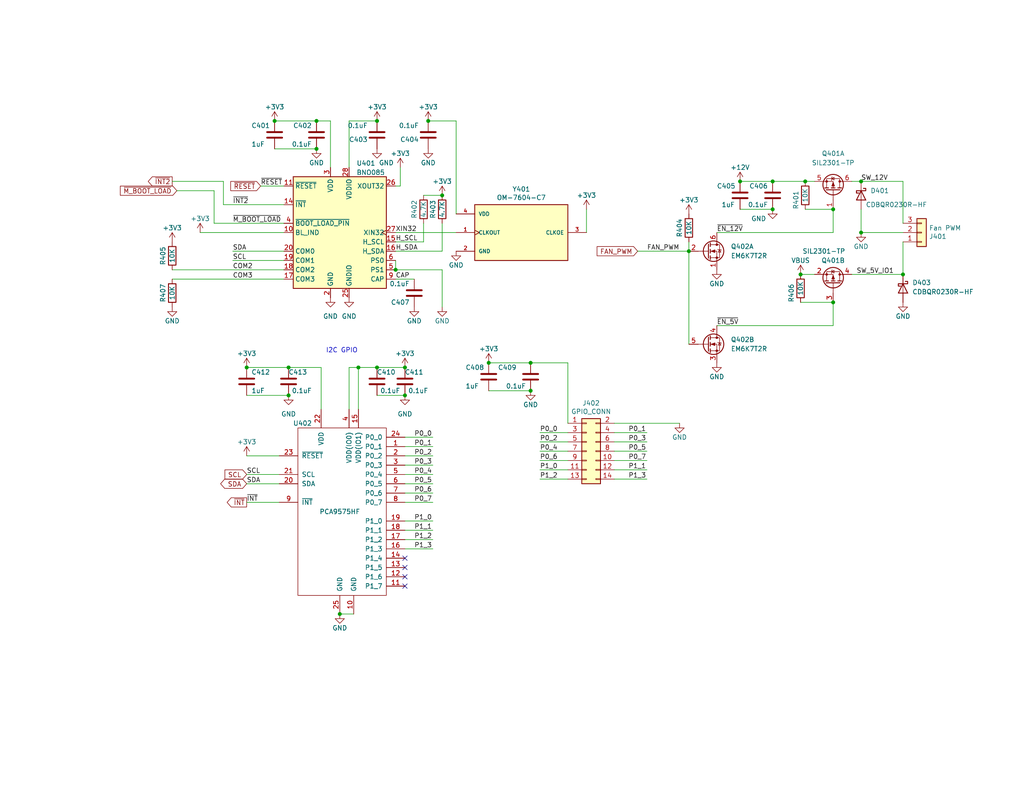
<source format=kicad_sch>
(kicad_sch (version 20211123) (generator eeschema)
  (paper "USLetter")
  (title_block (title "Wroom32 LED Controller") (date "2022-05-11") (rev "4.0.0") (company "Aaron Williams") (comment 1 "Copyright © 2020-2022 by Aaron Williams"))
  (lib_symbols
    (symbol "Aaron:OM-7604-C7" (pin_names (offset 1.016))
      (property "Reference" "Y" (at -12.7 8.89 0))
      (property "Value" "OM-7604-C7" (at -12.7254 -10.1854 0))
      (symbol "OM-7604-C7_0_0"
        (rectangle (start -12.7 -7.62) (end 12.7 7.62) (stroke (width 0.254)) (fill (type background)))
        (pin output clock (at 17.78 0 180) (length 5.08) (name "CLKOUT") (number "1"))
        (pin power_in line (at 17.78 -5.08 180) (length 5.08) (name "GND") (number "2"))
        (pin input line (at -17.78 0 0) (length 5.08) (name "CLKOE") (number "3"))
        (pin power_in line (at 17.78 5.08 180) (length 5.08) (name "VDD") (number "4"))
      )
    )
    (symbol "Aaron:PCA9575HF" (pin_names (offset 1.016))
      (property "Reference" "U" (at -11.43 24.13 0))
      (property "Value" "PCA9575HF" (at 0 0 0))
      (symbol "PCA9575HF_0_1"
        (rectangle (start 12.7 22.86) (end -11.43 -22.86))
      )
      (symbol "PCA9575HF_1_1"
        (pin bidirectional line (at 17.78 17.78 180) (length 5.08) (name "P0_1") (number "1"))
        (pin power_in line (at 3.81 -27.94 90) (length 5.08) (name "GND") (number "10"))
        (pin bidirectional line (at 17.78 -20.32 180) (length 5.08) (name "P1_7") (number "11"))
        (pin bidirectional line (at 17.78 -17.78 180) (length 5.08) (name "P1_6") (number "12"))
        (pin bidirectional line (at 17.78 -15.24 180) (length 5.08) (name "P1_5") (number "13"))
        (pin bidirectional line (at 17.78 -12.7 180) (length 5.08) (name "P1_4") (number "14"))
        (pin power_in line (at 5.08 27.94 270) (length 5.08) (name "VDD(IO1)") (number "15"))
        (pin bidirectional line (at 17.78 -10.16 180) (length 5.08) (name "P1_3") (number "16"))
        (pin bidirectional line (at 17.78 -7.62 180) (length 5.08) (name "P1_2") (number "17"))
        (pin bidirectional line (at 17.78 -5.08 180) (length 5.08) (name "P1_1") (number "18"))
        (pin bidirectional line (at 17.78 -2.54 180) (length 5.08) (name "P1_0") (number "19"))
        (pin bidirectional line (at 17.78 15.24 180) (length 5.08) (name "P0_2") (number "2"))
        (pin bidirectional line (at -16.51 7.62 0) (length 5.08) (name "SDA") (number "20"))
        (pin input line (at -16.51 10.16 0) (length 5.08) (name "SCL") (number "21"))
        (pin power_in line (at -5.08 27.94 270) (length 5.08) (name "VDD") (number "22"))
        (pin input line (at -16.51 15.24 0) (length 5.08) (name "~{RESET}") (number "23"))
        (pin bidirectional line (at 17.78 20.32 180) (length 5.08) (name "P0_0") (number "24"))
        (pin power_in line (at 0 -27.94 90) (length 5.08) (name "GND") (number "25"))
        (pin bidirectional line (at 17.78 12.7 180) (length 5.08) (name "P0_3") (number "3"))
        (pin power_in line (at 2.54 27.94 270) (length 5.08) (name "VDD(IO0)") (number "4"))
        (pin bidirectional line (at 17.78 10.16 180) (length 5.08) (name "P0_4") (number "5"))
        (pin bidirectional line (at 17.78 7.62 180) (length 5.08) (name "P0_5") (number "6"))
        (pin bidirectional line (at 17.78 5.08 180) (length 5.08) (name "P0_6") (number "7"))
        (pin bidirectional line (at 17.78 2.54 180) (length 5.08) (name "P0_7") (number "8"))
        (pin open_collector line (at -16.51 2.54 0) (length 5.08) (name "~{INT}") (number "9"))
      )
    )
    (symbol "Connector_Generic:Conn_01x03" (pin_names (offset 1.016) hide)
      (property "Reference" "J" (at 0 5.08 0))
      (property "Value" "Conn_01x03" (at 0 -5.08 0))
      (symbol "Conn_01x03_1_1"
        (rectangle (start -1.27 -2.413) (end 0 -2.667) (stroke (width 0.1524)))
        (rectangle (start -1.27 0.127) (end 0 -0.127) (stroke (width 0.1524)))
        (rectangle (start -1.27 2.667) (end 0 2.413) (stroke (width 0.1524)))
        (rectangle (start -1.27 3.81) (end 1.27 -3.81) (stroke (width 0.254)) (fill (type background)))
        (pin passive line (at -5.08 2.54 0) (length 3.81) (name "Pin_1") (number "1"))
        (pin passive line (at -5.08 0 0) (length 3.81) (name "Pin_2") (number "2"))
        (pin passive line (at -5.08 -2.54 0) (length 3.81) (name "Pin_3") (number "3"))
      )
    )
    (symbol "Connector_Generic:Conn_02x07_Odd_Even" (pin_names (offset 1.016) hide)
      (property "Reference" "J" (at 1.27 10.16 0))
      (property "Value" "Conn_02x07_Odd_Even" (at 1.27 -10.16 0))
      (symbol "Conn_02x07_Odd_Even_1_1"
        (rectangle (start -1.27 -7.493) (end 0 -7.747) (stroke (width 0.1524)))
        (rectangle (start -1.27 -4.953) (end 0 -5.207) (stroke (width 0.1524)))
        (rectangle (start -1.27 -2.413) (end 0 -2.667) (stroke (width 0.1524)))
        (rectangle (start -1.27 0.127) (end 0 -0.127) (stroke (width 0.1524)))
        (rectangle (start -1.27 2.667) (end 0 2.413) (stroke (width 0.1524)))
        (rectangle (start -1.27 5.207) (end 0 4.953) (stroke (width 0.1524)))
        (rectangle (start -1.27 7.747) (end 0 7.493) (stroke (width 0.1524)))
        (rectangle (start -1.27 8.89) (end 3.81 -8.89) (stroke (width 0.254)) (fill (type background)))
        (rectangle (start 3.81 -7.493) (end 2.54 -7.747) (stroke (width 0.1524)))
        (rectangle (start 3.81 -4.953) (end 2.54 -5.207) (stroke (width 0.1524)))
        (rectangle (start 3.81 -2.413) (end 2.54 -2.667) (stroke (width 0.1524)))
        (rectangle (start 3.81 0.127) (end 2.54 -0.127) (stroke (width 0.1524)))
        (rectangle (start 3.81 2.667) (end 2.54 2.413) (stroke (width 0.1524)))
        (rectangle (start 3.81 5.207) (end 2.54 4.953) (stroke (width 0.1524)))
        (rectangle (start 3.81 7.747) (end 2.54 7.493) (stroke (width 0.1524)))
        (pin passive line (at -5.08 7.62 0) (length 3.81) (name "Pin_1") (number "1"))
        (pin passive line (at 7.62 -2.54 180) (length 3.81) (name "Pin_10") (number "10"))
        (pin passive line (at -5.08 -5.08 0) (length 3.81) (name "Pin_11") (number "11"))
        (pin passive line (at 7.62 -5.08 180) (length 3.81) (name "Pin_12") (number "12"))
        (pin passive line (at -5.08 -7.62 0) (length 3.81) (name "Pin_13") (number "13"))
        (pin passive line (at 7.62 -7.62 180) (length 3.81) (name "Pin_14") (number "14"))
        (pin passive line (at 7.62 7.62 180) (length 3.81) (name "Pin_2") (number "2"))
        (pin passive line (at -5.08 5.08 0) (length 3.81) (name "Pin_3") (number "3"))
        (pin passive line (at 7.62 5.08 180) (length 3.81) (name "Pin_4") (number "4"))
        (pin passive line (at -5.08 2.54 0) (length 3.81) (name "Pin_5") (number "5"))
        (pin passive line (at 7.62 2.54 180) (length 3.81) (name "Pin_6") (number "6"))
        (pin passive line (at -5.08 0 0) (length 3.81) (name "Pin_7") (number "7"))
        (pin passive line (at 7.62 0 180) (length 3.81) (name "Pin_8") (number "8"))
        (pin passive line (at -5.08 -2.54 0) (length 3.81) (name "Pin_9") (number "9"))
      )
    )
    (symbol "Device:C" (pin_numbers hide) (pin_names (offset 0.254))
      (property "Reference" "C" (at 0.635 2.54 0))
      (property "Value" "C" (at 0.635 -2.54 0))
      (symbol "C_0_1"
        (polyline (pts (xy -2.032 -0.762) (xy 2.032 -0.762)) (stroke (width 0.508)))
        (polyline (pts (xy -2.032 0.762) (xy 2.032 0.762)) (stroke (width 0.508)))
      )
      (symbol "C_1_1"
        (pin passive line (at 0 3.81 270) (length 2.794) (name "~") (number "1"))
        (pin passive line (at 0 -3.81 90) (length 2.794) (name "~") (number "2"))
      )
    )
    (symbol "Device:D_Schottky" (pin_numbers hide) (pin_names (offset 1.016) hide)
      (property "Reference" "D" (at 0 2.54 0))
      (property "Value" "D_Schottky" (at 0 -2.54 0))
      (symbol "D_Schottky_0_1"
        (polyline (pts (xy 1.27 0) (xy -1.27 0)))
        (polyline (pts (xy 1.27 1.27) (xy 1.27 -1.27) (xy -1.27 0) (xy 1.27 1.27)) (stroke (width 0.254)))
        (polyline (pts (xy -1.905 0.635) (xy -1.905 1.27) (xy -1.27 1.27) (xy -1.27 -1.27) (xy -0.635 -1.27) (xy -0.635 -0.635)) (stroke (width 0.254)))
      )
      (symbol "D_Schottky_1_1"
        (pin passive line (at -3.81 0 0) (length 2.54) (name "K") (number "1"))
        (pin passive line (at 3.81 0 180) (length 2.54) (name "A") (number "2"))
      )
    )
    (symbol "Device:R" (pin_numbers hide) (pin_names (offset 0))
      (property "Reference" "R" (at 2.032 0 90))
      (property "Value" "R" (at 0 0 90))
      (symbol "R_0_1"
        (rectangle (start -1.016 -2.54) (end 1.016 2.54) (stroke (width 0.254)))
      )
      (symbol "R_1_1"
        (pin passive line (at 0 3.81 270) (length 1.27) (name "~") (number "1"))
        (pin passive line (at 0 -3.81 90) (length 1.27) (name "~") (number "2"))
      )
    )
    (symbol "Sensor_Motion:BNO080"
      (property "Reference" "U301" (at 6.985 19.05 0))
      (property "Value" "BNO080" (at 7.62 16.51 0))
      (symbol "BNO080_0_1"
        (rectangle (start -12.7 15.24) (end 12.7 -15.24) (stroke (width 0.254)) (fill (type background)))
      )
      (symbol "BNO080_1_1"
        (pin no_connect line (at -15.24 10.16 0) (length 2.54) hide (name "PIN1") (number "1"))
        (pin input line (at -15.24 0 0) (length 2.54) (name "BL_IND") (number "10"))
        (pin input line (at -15.24 12.7 0) (length 2.54) (name "~{RESET}") (number "11"))
        (pin no_connect line (at 15.24 10.16 180) (length 2.54) hide (name "NC") (number "12"))
        (pin no_connect line (at 15.24 7.62 180) (length 2.54) hide (name "NC") (number "13"))
        (pin open_collector line (at -15.24 7.62 0) (length 2.54) (name "~{INT}") (number "14"))
        (pin bidirectional line (at 15.24 -2.54 180) (length 2.54) (name "H_SCL") (number "15"))
        (pin bidirectional line (at 15.24 -5.08 180) (length 2.54) (name "H_SDA") (number "16"))
        (pin input line (at -15.24 -12.7 0) (length 2.54) (name "COM3") (number "17"))
        (pin bidirectional line (at -15.24 -10.16 0) (length 2.54) (name "COM2") (number "18"))
        (pin bidirectional line (at -15.24 -7.62 0) (length 2.54) (name "COM1") (number "19"))
        (pin power_in line (at -2.54 -17.78 90) (length 2.54) (name "GND") (number "2"))
        (pin bidirectional line (at -15.24 -5.08 0) (length 2.54) (name "COM0") (number "20"))
        (pin no_connect line (at 15.24 5.08 180) (length 2.54) hide (name "NC") (number "21"))
        (pin no_connect line (at 15.24 2.54 180) (length 2.54) hide (name "NC") (number "22"))
        (pin no_connect line (at -1.27 -2.54 180) (length 2.54) hide (name "NC") (number "23"))
        (pin no_connect line (at -1.27 -5.08 180) (length 2.54) hide (name "NC") (number "24"))
        (pin power_in line (at 2.54 -17.78 90) (length 2.54) (name "GNDIO") (number "25"))
        (pin passive line (at 15.24 12.7 180) (length 2.54) (name "XOUT32") (number "26"))
        (pin input clock (at 15.24 0 180) (length 2.54) (name "XIN32") (number "27"))
        (pin power_in line (at 2.54 17.78 270) (length 2.54) (name "VDDIO") (number "28"))
        (pin power_in line (at -2.54 17.78 270) (length 2.54) (name "VDD") (number "3"))
        (pin input line (at -15.24 2.54 0) (length 2.54) (name "~{BOOT_LOAD_PIN}") (number "4"))
        (pin input line (at 15.24 -10.16 180) (length 2.54) (name "PS1") (number "5"))
        (pin input line (at 15.24 -7.62 180) (length 2.54) (name "PS0") (number "6"))
        (pin no_connect line (at -15.24 5.08 0) (length 2.54) hide (name "PIN7") (number "7"))
        (pin no_connect line (at -15.24 -2.54 0) (length 2.54) hide (name "PIN8") (number "8"))
        (pin passive line (at 15.24 -12.7 180) (length 2.54) (name "CAP") (number "9"))
      )
    )
    (symbol "Transistor_FET:EM6K7T2R" (pin_names hide)
      (property "Reference" "Q" (at 5.08 1.905 0))
      (property "Value" "EM6K7T2R" (at 5.08 0 0))
      (symbol "EM6K7T2R_0_1"
        (polyline (pts (xy 0.254 0) (xy -2.54 0)))
        (polyline (pts (xy 0.254 1.905) (xy 0.254 -1.905)) (stroke (width 0.254)))
        (polyline (pts (xy 0.762 -1.27) (xy 0.762 -2.286)) (stroke (width 0.254)))
        (polyline (pts (xy 0.762 0.508) (xy 0.762 -0.508)) (stroke (width 0.254)))
        (polyline (pts (xy 0.762 2.286) (xy 0.762 1.27)) (stroke (width 0.254)))
        (polyline (pts (xy 2.54 2.54) (xy 2.54 1.778)))
        (polyline (pts (xy 2.54 -2.54) (xy 2.54 0) (xy 0.762 0)))
        (polyline (pts (xy 0.762 -1.778) (xy 3.302 -1.778) (xy 3.302 1.778) (xy 0.762 1.778)))
        (polyline (pts (xy 1.016 0) (xy 2.032 0.381) (xy 2.032 -0.381) (xy 1.016 0)) (fill (type outline)))
        (polyline (pts (xy 2.794 0.508) (xy 2.921 0.381) (xy 3.683 0.381) (xy 3.81 0.254)))
        (polyline (pts (xy 3.302 0.381) (xy 2.921 -0.254) (xy 3.683 -0.254) (xy 3.302 0.381)))
        (circle (center 1.651 0) (radius 2.794) (stroke (width 0.254)))
        (circle (center 2.54 -1.778) (radius 0.254) (fill (type outline)))
        (circle (center 2.54 1.778) (radius 0.254) (fill (type outline)))
      )
      (symbol "EM6K7T2R_1_1"
        (pin passive line (at 2.54 -5.08 90) (length 2.54) (name "S") (number "1"))
        (pin input line (at -5.08 0 0) (length 2.54) (name "G") (number "2"))
        (pin passive line (at 2.54 5.08 270) (length 2.54) (name "D") (number "6"))
      )
      (symbol "EM6K7T2R_2_1"
        (pin passive line (at 2.54 -5.08 90) (length 2.54) (name "S") (number "3"))
        (pin passive line (at 2.54 5.08 270) (length 2.54) (name "D") (number "4"))
        (pin input line (at -5.08 0 0) (length 2.54) (name "G") (number "5"))
      )
    )
    (symbol "Transistor_FET:SIL2301-TP" (pin_names hide)
      (property "Reference" "Q" (at -3.81 -2.54 0))
      (property "Value" "SIL2301-TP" (at -7.62 3.81 0))
      (symbol "SIL2301-TP_0_1"
        (circle (center -0.889 0) (radius 2.794) (stroke (width 0.254)))
        (circle (center 0 -1.778) (radius 0.254) (fill (type outline)))
        (polyline (pts (xy -2.286 0) (xy -5.08 0)))
        (polyline (pts (xy -2.286 1.905) (xy -2.286 -1.905)) (stroke (width 0.254)))
        (polyline (pts (xy -1.778 -1.27) (xy -1.778 -2.286)) (stroke (width 0.254)))
        (polyline (pts (xy -1.778 0.508) (xy -1.778 -0.508)) (stroke (width 0.254)))
        (polyline (pts (xy -1.778 2.286) (xy -1.778 1.27)) (stroke (width 0.254)))
        (polyline (pts (xy 0 2.54) (xy 0 1.778)))
        (polyline (pts (xy 0 -2.54) (xy 0 0) (xy -1.778 0)))
        (polyline (pts (xy -1.778 1.778) (xy 0.762 1.778) (xy 0.762 -1.778) (xy -1.778 -1.778)))
        (polyline (pts (xy -0.254 0) (xy -1.27 0.381) (xy -1.27 -0.381) (xy -0.254 0)) (fill (type outline)))
        (polyline (pts (xy 0.254 -0.508) (xy 0.381 -0.381) (xy 1.143 -0.381) (xy 1.27 -0.254)))
        (polyline (pts (xy 0.762 -0.381) (xy 0.381 0.254) (xy 1.143 0.254) (xy 0.762 -0.381)))
        (circle (center 0 1.778) (radius 0.254) (fill (type outline)))
      )
      (symbol "SIL2301-TP_1_1"
        (pin input line (at -7.62 0 0) (length 2.54) (name "G") (number "1"))
        (pin passive line (at 0 -5.08 90) (length 2.54) (name "S") (number "5"))
        (pin passive line (at 0 5.08 270) (length 2.54) (name "D") (number "6"))
      )
      (symbol "SIL2301-TP_2_1"
        (pin passive line (at 0 -5.08 90) (length 2.54) (name "S") (number "2"))
        (pin input line (at -7.62 0 0) (length 2.54) (name "G") (number "3"))
        (pin passive line (at 0 5.08 270) (length 2.54) (name "D") (number "4"))
      )
    )
    (symbol "power:+12V" (power) (pin_names (offset 0))
      (property "Value" "+12V" (at 0 3.556 0))
      (symbol "+12V_0_1"
        (polyline (pts (xy -0.762 1.27) (xy 0 2.54)))
        (polyline (pts (xy 0 0) (xy 0 2.54)))
        (polyline (pts (xy 0 2.54) (xy 0.762 1.27)))
      )
      (symbol "+12V_1_1"
        (pin power_in line (at 0 0 90) (length 0) hide (name "+12V") (number "1"))
      )
    )
    (symbol "power:+3.3V" (power) (pin_names (offset 0))
      (property "Value" "+3.3V" (at 0 3.556 0))
      (symbol "+3.3V_0_1"
        (polyline (pts (xy -0.762 1.27) (xy 0 2.54)))
        (polyline (pts (xy 0 0) (xy 0 2.54)))
        (polyline (pts (xy 0 2.54) (xy 0.762 1.27)))
      )
      (symbol "+3.3V_1_1"
        (pin power_in line (at 0 0 90) (length 0) hide (name "+3V3") (number "1"))
      )
    )
    (symbol "power:GND" (power) (pin_names (offset 0))
      (property "Value" "GND" (at 0 -3.81 0))
      (symbol "GND_0_1"
        (polyline (pts (xy 0 0) (xy 0 -1.27) (xy 1.27 -1.27) (xy 0 -2.54) (xy -1.27 -1.27) (xy 0 -1.27)))
      )
      (symbol "GND_1_1"
        (pin power_in line (at 0 0 270) (length 0) hide (name "GND") (number "1"))
      )
    )
    (symbol "power:VBUS" (power) (pin_names (offset 0))
      (property "Value" "VBUS" (at 0 3.81 0))
      (symbol "VBUS_0_1"
        (polyline (pts (xy -0.762 1.27) (xy 0 2.54)))
        (polyline (pts (xy 0 0) (xy 0 2.54)))
        (polyline (pts (xy 0 2.54) (xy 0.762 1.27)))
      )
      (symbol "VBUS_1_1"
        (pin power_in line (at 0 0 90) (length 0) hide (name "VBUS") (number "1"))
      )
    )
  )
  (junction (at 201.93 49.53))
  (junction (at 78.74 100.33))
  (junction (at 219.71 49.53))
  (junction (at 78.74 107.95))
  (junction (at 210.82 49.53))
  (junction (at 144.78 99.06))
  (junction (at 210.82 57.15))
  (junction (at 97.79 100.33))
  (junction (at 74.93 33.02))
  (junction (at 86.36 40.64))
  (junction (at 227.33 82.55))
  (junction (at 67.31 100.33))
  (junction (at 120.65 53.34))
  (junction (at 116.84 33.02))
  (junction (at 227.33 57.15))
  (junction (at 86.36 33.02))
  (junction (at 102.87 33.02))
  (junction (at 110.49 107.95))
  (junction (at 234.95 63.5))
  (junction (at 144.78 106.68))
  (junction (at 218.44 74.93))
  (junction (at 187.96 68.58))
  (junction (at 234.95 49.53))
  (junction (at 92.71 167.64))
  (junction (at 102.87 100.33))
  (junction (at 246.38 74.93))
  (junction (at 107.95 73.66))
  (junction (at 110.49 100.33))
  (junction (at 133.35 99.06))
  (no_connect (at 110.49 157.48))
  (no_connect (at 110.49 160.02))
  (no_connect (at 110.49 152.4))
  (no_connect (at 110.49 154.94))
  (wire (pts (xy 219.71 57.15) (xy 227.33 57.15)))
  (wire (pts (xy 227.33 63.5) (xy 227.33 57.15)))
  (wire (pts (xy 74.93 33.02) (xy 86.36 33.02)))
  (wire (pts (xy 147.32 130.81) (xy 154.94 130.81)))
  (wire (pts (xy 187.96 68.58) (xy 187.96 93.98)))
  (wire (pts (xy 74.93 40.64) (xy 86.36 40.64)))
  (wire (pts (xy 210.82 49.53) (xy 219.71 49.53)))
  (wire (pts (xy 234.95 57.15) (xy 234.95 63.5)))
  (wire (pts (xy 115.57 66.04) (xy 115.57 60.96)))
  (wire (pts (xy 147.32 118.11) (xy 154.94 118.11)))
  (wire (pts (xy 58.42 52.07) (xy 48.26 52.07)))
  (wire (pts (xy 54.61 63.5) (xy 77.47 63.5)))
  (wire (pts (xy 78.74 100.33) (xy 87.63 100.33)))
  (wire (pts (xy 218.44 74.93) (xy 222.25 74.93)))
  (wire (pts (xy 124.46 33.02) (xy 124.46 58.42)))
  (wire (pts (xy 110.49 119.38) (xy 118.11 119.38)))
  (wire (pts (xy 95.25 33.02) (xy 95.25 45.72)))
  (wire (pts (xy 58.42 60.96) (xy 58.42 52.07)))
  (wire (pts (xy 110.49 149.86) (xy 118.11 149.86)))
  (wire (pts (xy 120.65 68.58) (xy 107.95 68.58)))
  (wire (pts (xy 232.41 74.93) (xy 246.38 74.93)))
  (wire (pts (xy 95.25 100.33) (xy 95.25 111.76)))
  (wire (pts (xy 109.22 50.8) (xy 107.95 50.8)))
  (wire (pts (xy 246.38 74.93) (xy 246.38 66.04)))
  (wire (pts (xy 90.17 45.72) (xy 90.17 33.02)))
  (wire (pts (xy 60.96 55.88) (xy 60.96 49.53)))
  (wire (pts (xy 195.58 88.9) (xy 227.33 88.9)))
  (wire (pts (xy 133.35 99.06) (xy 144.78 99.06)))
  (wire (pts (xy 195.58 63.5) (xy 227.33 63.5)))
  (wire (pts (xy 107.95 76.2) (xy 113.03 76.2)))
  (wire (pts (xy 67.31 100.33) (xy 78.74 100.33)))
  (wire (pts (xy 71.12 50.8) (xy 77.47 50.8)))
  (wire (pts (xy 67.31 132.08) (xy 76.2 132.08)))
  (wire (pts (xy 116.84 33.02) (xy 124.46 33.02)))
  (wire (pts (xy 133.35 106.68) (xy 144.78 106.68)))
  (wire (pts (xy 218.44 82.55) (xy 227.33 82.55)))
  (wire (pts (xy 147.32 125.73) (xy 154.94 125.73)))
  (wire (pts (xy 102.87 100.33) (xy 110.49 100.33)))
  (wire (pts (xy 176.53 123.19) (xy 167.64 123.19)))
  (wire (pts (xy 92.71 167.64) (xy 96.52 167.64)))
  (wire (pts (xy 167.64 118.11) (xy 176.53 118.11)))
  (wire (pts (xy 120.65 83.82) (xy 120.65 73.66)))
  (wire (pts (xy 102.87 107.95) (xy 110.49 107.95)))
  (wire (pts (xy 227.33 88.9) (xy 227.33 82.55)))
  (wire (pts (xy 90.17 33.02) (xy 86.36 33.02)))
  (wire (pts (xy 154.94 128.27) (xy 147.32 128.27)))
  (wire (pts (xy 246.38 60.96) (xy 246.38 49.53)))
  (wire (pts (xy 67.31 124.46) (xy 76.2 124.46)))
  (wire (pts (xy 167.64 130.81) (xy 176.53 130.81)))
  (wire (pts (xy 110.49 137.16) (xy 118.11 137.16)))
  (wire (pts (xy 110.49 142.24) (xy 118.11 142.24)))
  (wire (pts (xy 60.96 55.88) (xy 77.47 55.88)))
  (wire (pts (xy 167.64 125.73) (xy 176.53 125.73)))
  (wire (pts (xy 110.49 147.32) (xy 118.11 147.32)))
  (wire (pts (xy 107.95 66.04) (xy 115.57 66.04)))
  (wire (pts (xy 219.71 49.53) (xy 222.25 49.53)))
  (wire (pts (xy 176.53 128.27) (xy 167.64 128.27)))
  (wire (pts (xy 234.95 63.5) (xy 246.38 63.5)))
  (wire (pts (xy 115.57 53.34) (xy 120.65 53.34)))
  (wire (pts (xy 110.49 132.08) (xy 118.11 132.08)))
  (wire (pts (xy 167.64 115.57) (xy 185.42 115.57)))
  (wire (pts (xy 109.22 45.72) (xy 109.22 50.8)))
  (wire (pts (xy 110.49 127) (xy 118.11 127)))
  (wire (pts (xy 63.5 71.12) (xy 77.47 71.12)))
  (wire (pts (xy 173.99 68.58) (xy 187.96 68.58)))
  (wire (pts (xy 63.5 68.58) (xy 77.47 68.58)))
  (wire (pts (xy 97.79 100.33) (xy 97.79 111.76)))
  (wire (pts (xy 107.95 71.12) (xy 107.95 73.66)))
  (wire (pts (xy 67.31 129.54) (xy 76.2 129.54)))
  (wire (pts (xy 46.99 73.66) (xy 77.47 73.66)))
  (wire (pts (xy 97.79 100.33) (xy 95.25 100.33)))
  (wire (pts (xy 110.49 124.46) (xy 118.11 124.46)))
  (wire (pts (xy 187.96 66.04) (xy 187.96 68.58)))
  (wire (pts (xy 234.95 49.53) (xy 246.38 49.53)))
  (wire (pts (xy 232.41 49.53) (xy 234.95 49.53)))
  (wire (pts (xy 110.49 144.78) (xy 118.11 144.78)))
  (wire (pts (xy 154.94 120.65) (xy 147.32 120.65)))
  (wire (pts (xy 87.63 100.33) (xy 87.63 111.76)))
  (wire (pts (xy 160.02 57.15) (xy 160.02 63.5)))
  (wire (pts (xy 110.49 121.92) (xy 118.11 121.92)))
  (wire (pts (xy 102.87 33.02) (xy 95.25 33.02)))
  (wire (pts (xy 60.96 49.53) (xy 46.99 49.53)))
  (wire (pts (xy 58.42 60.96) (xy 77.47 60.96)))
  (wire (pts (xy 102.87 100.33) (xy 97.79 100.33)))
  (wire (pts (xy 110.49 129.54) (xy 118.11 129.54)))
  (wire (pts (xy 201.93 49.53) (xy 210.82 49.53)))
  (wire (pts (xy 120.65 73.66) (xy 107.95 73.66)))
  (wire (pts (xy 107.95 63.5) (xy 124.46 63.5)))
  (wire (pts (xy 154.94 99.06) (xy 154.94 115.57)))
  (wire (pts (xy 46.99 76.2) (xy 77.47 76.2)))
  (wire (pts (xy 167.64 120.65) (xy 176.53 120.65)))
  (wire (pts (xy 67.31 137.16) (xy 76.2 137.16)))
  (wire (pts (xy 144.78 99.06) (xy 154.94 99.06)))
  (wire (pts (xy 67.31 107.95) (xy 78.74 107.95)))
  (wire (pts (xy 154.94 123.19) (xy 147.32 123.19)))
  (wire (pts (xy 201.93 57.15) (xy 210.82 57.15)))
  (wire (pts (xy 110.49 134.62) (xy 118.11 134.62)))
  (wire (pts (xy 120.65 60.96) (xy 120.65 68.58)))
  (text "I2C GPIO" (at 88.9 96.52 0) (effects (font (size 1.27 1.27)) (justify left bottom)))
  (label "~{EN_5V}" (at 195.58 88.9 0))
  (label "P0_4" (at 113.03 129.54 0))
  (label "SDA" (at 67.31 132.08 0))
  (label "H_SDA" (at 107.95 68.58 0))
  (label "P0_1" (at 171.45 118.11 0))
  (label "P1_2" (at 147.32 130.81 0))
  (label "P1_0" (at 147.32 128.27 0))
  (label "~{EN_12V}" (at 195.58 63.5 0))
  (label "P0_2" (at 113.03 124.46 0))
  (label "COM3" (at 63.5 76.2 0))
  (label "P1_2" (at 113.03 147.32 0))
  (label "H_SCL" (at 107.95 66.04 0))
  (label "SDA" (at 63.5 68.58 0))
  (label "P0_2" (at 147.32 120.65 0))
  (label "P0_5" (at 113.03 132.08 0))
  (label "P0_0" (at 147.32 118.11 0))
  (label "~{INT}" (at 67.31 137.16 0))
  (label "P0_0" (at 113.03 119.38 0))
  (label "P0_5" (at 171.45 123.19 0))
  (label "P0_3" (at 171.45 120.65 0))
  (label "P1_0" (at 113.03 142.24 0))
  (label "P0_1" (at 113.03 121.92 0))
  (label "SW_12V" (at 234.95 49.53 0))
  (label "SCL" (at 63.5 71.12 0))
  (label "~{M_BOOT_LOAD}" (at 63.5 60.96 0))
  (label "P0_6" (at 147.32 125.73 0))
  (label "P1_3" (at 171.45 130.81 0))
  (label "FAN_PWM" (at 176.53 68.58 0))
  (label "P1_3" (at 113.03 149.86 0))
  (label "SW_5V_IO1" (at 233.68 74.93 0))
  (label "~{RESET}" (at 71.12 50.8 0))
  (label "P0_7" (at 113.03 137.16 0))
  (label "P0_3" (at 113.03 127 0))
  (label "P0_7" (at 171.45 125.73 0))
  (label "P0_6" (at 113.03 134.62 0))
  (label "XIN32" (at 107.95 63.5 0))
  (label "P1_1" (at 171.45 128.27 0))
  (label "SCL" (at 67.31 129.54 0))
  (label "P1_1" (at 113.03 144.78 0))
  (label "COM2" (at 63.5 73.66 0))
  (label "P0_4" (at 147.32 123.19 0))
  (label "~{INT2}" (at 63.5 55.88 0))
  (label "CAP" (at 107.95 76.2 0))
  (global_label "FAN_PWM" (shape input) (at 173.99 68.58 180) (property "Intersheet References" "${INTERSHEET_REFS}" (effects hide)))
  (global_label "~{INT}" (shape output) (at 67.31 137.16 180) (property "Intersheet References" "${INTERSHEET_REFS}" (effects hide)))
  (global_label "~{INT2}" (shape output) (at 46.99 49.53 180) (property "Intersheet References" "${INTERSHEET_REFS}" (effects hide)))
  (global_label "SCL" (shape input) (at 67.31 129.54 180) (property "Intersheet References" "${INTERSHEET_REFS}" (effects hide)))
  (global_label "~{M_BOOT_LOAD}" (shape input) (at 48.26 52.07 180) (property "Intersheet References" "${INTERSHEET_REFS}" (effects hide)))
  (global_label "~{RESET}" (shape input) (at 71.12 50.8 180) (property "Intersheet References" "${INTERSHEET_REFS}" (effects hide)))
  (global_label "SDA" (shape bidirectional) (at 67.31 132.08 180) (property "Intersheet References" "${INTERSHEET_REFS}" (effects hide)))
  (symbol (lib_id "power:GND") (at 210.82 57.15 0) (unit 1)
    (property "Reference" "#PWR0412" (effects hide))
    (property "Value" "GND" (at 207.01 59.69 0))
  )
  (symbol (lib_id "power:GND") (at 86.36 40.64 0) (unit 1)
    (property "Reference" "#PWR0404" (effects hide))
    (property "Value" "GND" (at 86.36 44.45 0))
  )
  (symbol (lib_id "Sensor_Motion:BNO080") (at 92.71 63.5 0) (unit 1)
    (property "Reference" "U401" (at 97.2694 44.5602 0) (effects (justify left)))
    (property "Value" "BNO085" (at 97.2694 47.0971 0) (effects (justify left)))
    (property "Footprint" "Package_LGA:LGA-28_5.2x3.8mm_P0.5mm" (effects hide))
    (property "Datasheet" "https://www.ceva-dsp.com/wp-content/uploads/2019/10/BNO080_085-Datasheet.pdf" (effects hide))
    (property "MFR" "CEVA Technologies, Inc." (effects hide))
    (property "MPN" "BNO085" (effects hide))
    (property "SPR" "Digikey" (effects hide))
    (property "SPN" "1888-1006-1-ND" (effects hide))
    (property "SPURL" "https://www.digikey.com/en/products/detail/ceva-technologies-inc/BNO085/9445940" (effects hide))
    (property "DESC" "Accelerometer, Gyroscope, Magnetometer, 9 Axis Sensor I²C, SPI, UART Output" (effects hide))
    (property "MANUFACTURER" "CEVA Technologies, Inc." (effects hide))
  )
  (symbol (lib_id "Device:R") (at 46.99 69.85 0) (unit 1)
    (property "Reference" "R405" (at 44.45 69.85 90))
    (property "Value" "10K" (at 46.99 69.85 90))
    (property "Footprint" "Resistor_SMD:R_0402_1005Metric" (effects hide))
    (property "Tolerance" "5%" (effects hide))
    (property "SPR" "Digikey" (effects hide))
    (property "SPN" "541-2979-1-ND" (effects hide))
    (property "SPURL" "https://www.digikey.com/products/en?keywords=541-2979-1-ND" (effects hide))
  )
  (symbol (lib_id "Device:C") (at 86.36 36.83 0) (mirror y) (unit 1)
    (property "Reference" "C402" (at 85.09 34.29 0) (effects (justify left)))
    (property "Value" "0.1uF" (at 85.09 39.37 0) (effects (justify left)))
    (property "Footprint" "Capacitor_SMD:C_0402_1005Metric" (effects hide))
    (property "SPR" "Digikey" (effects hide))
  )
  (symbol (lib_id "power:+3.3V") (at 67.31 124.46 0) (unit 1)
    (property "Reference" "#PWR0432" (effects hide))
    (property "Value" "+3.3V" (at 67.31 120.65 0))
  )
  (symbol (lib_id "Device:R") (at 115.57 57.15 180) (unit 1)
    (property "Reference" "R402" (at 113.03 57.15 90))
    (property "Value" "4.7K" (at 115.57 57.15 90))
    (property "Footprint" "Resistor_SMD:R_0402_1005Metric" (effects hide))
    (property "SPR" "Digikey" (effects hide))
    (property "SPN" "CR0603-FX-4701ELFCT-ND" (effects hide))
    (property "SPURL" "https://www.digikey.com/product-detail/en/bourns-inc/CR0603-FX-4701ELF/CR0603-FX-4701ELFCT-ND/3740884" (effects hide))
  )
  (symbol (lib_id "power:+3.3V") (at 110.49 100.33 0) (unit 1)
    (property "Reference" "#PWR0426" (effects hide))
    (property "Value" "+3.3V" (at 110.49 96.52 0))
  )
  (symbol (lib_id "power:+3.3V") (at 116.84 33.02 0) (unit 1)
    (property "Reference" "#PWR0403" (effects hide))
    (property "Value" "+3.3V" (at 116.84 29.21 0))
  )
  (symbol (lib_id "power:GND") (at 195.58 73.66 0) (unit 1)
    (property "Reference" "#PWR0417" (effects hide))
    (property "Value" "GND" (at 195.58 77.47 0))
  )
  (symbol (lib_id "power:+12V") (at 201.93 49.53 0) (unit 1)
    (property "Reference" "#PWR0408" (effects hide))
    (property "Value" "+12V" (at 201.93 45.72 0))
  )
  (symbol (lib_id "power:VBUS") (at 218.44 74.93 0) (unit 1)
    (property "Reference" "#PWR0418" (effects hide))
    (property "Value" "VBUS" (at 218.44 71.12 0))
  )
  (symbol (lib_id "Device:C") (at 67.31 104.14 0) (unit 1)
    (property "Reference" "C412" (at 68.58 101.6 0) (effects (justify left)))
    (property "Value" "1uF" (at 68.58 106.68 0) (effects (justify left)))
    (property "Footprint" "Capacitor_SMD:C_0402_1005Metric" (effects hide))
    (property "SPR" "Digikey" (effects hide))
    (property "SPURL" "https://www.digikey.com/products/en?keywords=1276-1946-1-ND" (effects hide))
    (property "DESC" "CAP CER 1UF 10V X7R 0603" (effects hide))
  )
  (symbol (lib_id "Device:R") (at 219.71 53.34 0) (unit 1)
    (property "Reference" "R401" (at 217.17 54.61 90))
    (property "Value" "10K" (at 219.71 53.34 90))
    (property "Footprint" "Resistor_SMD:R_0402_1005Metric" (effects hide))
    (property "Tolerance" "5%" (effects hide))
    (property "SPR" "Digikey" (effects hide))
    (property "SPN" "541-2979-1-ND" (effects hide))
    (property "SPURL" "https://www.digikey.com/products/en?keywords=541-2979-1-ND" (effects hide))
  )
  (symbol (lib_id "power:GND") (at 110.49 107.95 0) (unit 1)
    (property "Reference" "#PWR0429" (effects hide))
    (property "Value" "GND" (at 110.49 113.03 0))
  )
  (symbol (lib_id "power:GND") (at 92.71 167.64 0) (unit 1)
    (property "Reference" "#PWR0433" (effects hide))
    (property "Value" "GND" (at 92.71 171.45 0))
  )
  (symbol (lib_id "Connector_Generic:Conn_02x07_Odd_Even") (at 160.02 123.19 0) (unit 1)
    (property "Reference" "J402" (at 161.29 110.0582 0))
    (property "Value" "GPIO_CONN" (at 161.29 112.3696 0))
    (property "Footprint" "Connector_PinHeader_2.54mm:PinHeader_2x07_P2.54mm_Vertical" (effects hide))
  )
  (symbol (lib_id "power:GND") (at 90.17 81.28 0) (unit 1)
    (property "Reference" "#PWR0419" (effects hide))
    (property "Value" "GND" (at 90.17 86.36 0))
  )
  (symbol (lib_id "power:+3.3V") (at 67.31 100.33 0) (unit 1)
    (property "Reference" "#PWR0427" (effects hide))
    (property "Value" "+3.3V" (at 67.31 96.52 0))
  )
  (symbol (lib_id "power:GND") (at 102.87 40.64 0) (unit 1)
    (property "Reference" "#PWR0405" (effects hide))
    (property "Value" "GND" (at 105.41 44.45 0))
  )
  (symbol (lib_id "power:+3.3V") (at 46.99 66.04 0) (unit 1)
    (property "Reference" "#PWR0415" (effects hide))
    (property "Value" "+3.3V" (at 46.99 62.23 0))
  )
  (symbol (lib_id "power:GND") (at 120.65 83.82 0) (unit 1)
    (property "Reference" "#PWR0423" (effects hide))
    (property "Value" "GND" (at 120.65 87.63 0))
  )
  (symbol (lib_id "power:GND") (at 113.03 83.82 0) (unit 1)
    (property "Reference" "#PWR0422" (effects hide))
    (property "Value" "GND" (at 113.03 87.63 0))
  )
  (symbol (lib_id "Transistor_FET:SIL2301-TP") (at 227.33 49.53 270) (mirror x) (unit 1)
    (property "Reference" "Q401" (at 227.33 41.91 90))
    (property "Value" "SIL2301-TP" (at 227.33 44.45 90))
    (property "Footprint" "Package_TO_SOT_SMD:SOT-23-6" (effects hide))
    (property "Datasheet" "https://www.mccsemi.com/pdf/Products/SIL2301(SOT23-6L).pdf" (effects hide))
  )
  (symbol (lib_id "Device:R") (at 187.96 62.23 0) (unit 1)
    (property "Reference" "R404" (at 185.42 62.23 90))
    (property "Value" "10K" (at 187.96 62.23 90))
    (property "Footprint" "Resistor_SMD:R_0402_1005Metric" (effects hide))
    (property "Tolerance" "5%" (effects hide))
    (property "SPR" "Digikey" (effects hide))
    (property "SPN" "541-2979-1-ND" (effects hide))
    (property "SPURL" "https://www.digikey.com/products/en?keywords=541-2979-1-ND" (effects hide))
  )
  (symbol (lib_id "power:+3.3V") (at 120.65 53.34 0) (unit 1)
    (property "Reference" "#PWR0409" (effects hide))
    (property "Value" "+3.3V" (at 120.65 49.53 0))
  )
  (symbol (lib_id "power:GND") (at 144.78 106.68 0) (unit 1)
    (property "Reference" "#PWR0428" (effects hide))
    (property "Value" "GND" (at 144.78 110.49 0))
  )
  (symbol (lib_id "power:+3.3V") (at 187.96 58.42 0) (unit 1)
    (property "Reference" "#PWR0410" (effects hide))
    (property "Value" "+3.3V" (at 187.96 54.61 0))
  )
  (symbol (lib_id "power:GND") (at 246.38 82.55 0) (unit 1)
    (property "Reference" "#PWR0150" (effects hide))
    (property "Value" "GND" (at 246.38 86.36 0))
  )
  (symbol (lib_id "Device:C") (at 133.35 102.87 0) (unit 1)
    (property "Reference" "C408" (at 127 100.33 0) (effects (justify left)))
    (property "Value" "1uF" (at 127 105.41 0) (effects (justify left)))
    (property "Footprint" "Capacitor_SMD:C_0402_1005Metric" (effects hide))
    (property "SPR" "Digikey" (effects hide))
    (property "SPURL" "https://www.digikey.com/products/en?keywords=1276-1946-1-ND" (effects hide))
    (property "DESC" "CAP CER 1UF 10V X7R 0603" (effects hide))
  )
  (symbol (lib_id "power:GND") (at 78.74 107.95 0) (unit 1)
    (property "Reference" "#PWR0430" (effects hide))
    (property "Value" "GND" (at 78.74 113.03 0))
  )
  (symbol (lib_id "Device:R") (at 120.65 57.15 180) (unit 1)
    (property "Reference" "R403" (at 118.11 57.15 90))
    (property "Value" "4.7K" (at 120.65 57.15 90))
    (property "Footprint" "Resistor_SMD:R_0402_1005Metric" (effects hide))
    (property "SPR" "Digikey" (effects hide))
    (property "SPN" "CR0603-FX-4701ELFCT-ND" (effects hide))
    (property "SPURL" "https://www.digikey.com/product-detail/en/bourns-inc/CR0603-FX-4701ELF/CR0603-FX-4701ELFCT-ND/3740884" (effects hide))
  )
  (symbol (lib_id "Device:C") (at 144.78 102.87 0) (mirror y) (unit 1)
    (property "Reference" "C409" (at 140.97 100.33 0) (effects (justify left)))
    (property "Value" "0.1uF" (at 143.51 105.41 0) (effects (justify left)))
    (property "Footprint" "Capacitor_SMD:C_0402_1005Metric" (effects hide))
    (property "SPR" "Digikey" (effects hide))
  )
  (symbol (lib_id "power:+3.3V") (at 133.35 99.06 0) (unit 1)
    (property "Reference" "#PWR0424" (effects hide))
    (property "Value" "+3.3V" (at 133.35 95.25 0))
  )
  (symbol (lib_id "power:GND") (at 234.95 63.5 0) (unit 1)
    (property "Reference" "#PWR0414" (effects hide))
    (property "Value" "GND" (at 234.95 67.31 0))
  )
  (symbol (lib_id "Device:C") (at 110.49 104.14 0) (mirror y) (unit 1)
    (property "Reference" "C411" (at 115.57 101.6 0) (effects (justify left)))
    (property "Value" "0.1uF" (at 116.84 106.68 0) (effects (justify left)))
    (property "Footprint" "Capacitor_SMD:C_0402_1005Metric" (effects hide))
    (property "SPR" "Digikey" (effects hide))
  )
  (symbol (lib_id "Device:C") (at 102.87 36.83 0) (mirror y) (unit 1)
    (property "Reference" "C403" (at 100.33 38.1 0) (effects (justify left)))
    (property "Value" "0.1uF" (at 100.33 34.29 0) (effects (justify left)))
    (property "Footprint" "Capacitor_SMD:C_0402_1005Metric" (effects hide))
    (property "SPR" "Digikey" (effects hide))
  )
  (symbol (lib_id "Device:R") (at 218.44 78.74 0) (unit 1)
    (property "Reference" "R406" (at 215.9 80.01 90))
    (property "Value" "10K" (at 218.44 78.74 90))
    (property "Footprint" "Resistor_SMD:R_0402_1005Metric" (effects hide))
    (property "Tolerance" "5%" (effects hide))
    (property "SPR" "Digikey" (effects hide))
    (property "SPN" "541-2979-1-ND" (effects hide))
    (property "SPURL" "https://www.digikey.com/products/en?keywords=541-2979-1-ND" (effects hide))
  )
  (symbol (lib_id "Transistor_FET:EM6K7T2R") (at 193.04 93.98 0) (unit 2)
    (property "Reference" "Q402" (at 199.39 92.7099 0) (effects (justify left)))
    (property "Value" "EM6K7T2R" (at 199.39 95.2499 0) (effects (justify left)))
    (property "Footprint" "Package_TO_SOT_SMD:SOT-563" (effects hide))
    (property "Datasheet" "https://fscdn.rohm.com/en/products/databook/datasheet/discrete/transistor/mosfet/em6k7-e.pdf" (effects hide))
  )
  (symbol (lib_id "Device:C") (at 74.93 36.83 0) (unit 1)
    (property "Reference" "C401" (at 68.58 34.29 0) (effects (justify left)))
    (property "Value" "1uF" (at 68.58 39.37 0) (effects (justify left)))
    (property "Footprint" "Capacitor_SMD:C_0402_1005Metric" (effects hide))
    (property "SPR" "Digikey" (effects hide))
    (property "SPURL" "https://www.digikey.com/products/en?keywords=1276-1946-1-ND" (effects hide))
    (property "DESC" "CAP CER 1UF 10V X7R 0603" (effects hide))
  )
  (symbol (lib_id "Device:D_Schottky") (at 234.95 53.34 270) (unit 1)
    (property "Reference" "D401" (at 237.49 52.07 90) (effects (justify left)))
    (property "Value" "CDBQR0230R-HF" (at 236.22 55.88 90) (effects (justify left)))
    (property "Footprint" "Diode_SMD:D_0402_1005Metric" (effects hide))
    (property "Datasheet" "https://www.comchiptech.com/admin/files/product/CDBQR0230R-HF-RevC796159.pdf" (effects hide))
    (property "MFR" "Comchip Technology" (effects hide))
    (property "MPN" "CDBQR0230R-HF" (effects hide))
    (property "SPR" "Digikey" (effects hide))
    (property "SPN" "641-2081-1-ND" (effects hide))
    (property "SPURL" "https://www.digikey.com/en/products/detail/comchip-technology/CDBQR0230R-HF/3308484" (effects hide))
  )
  (symbol (lib_id "power:GND") (at 95.25 81.28 0) (unit 1)
    (property "Reference" "#PWR0420" (effects hide))
    (property "Value" "GND" (at 95.25 86.36 0))
  )
  (symbol (lib_id "Transistor_FET:EM6K7T2R") (at 193.04 68.58 0) (unit 1)
    (property "Reference" "Q402" (at 199.39 67.3099 0) (effects (justify left)))
    (property "Value" "EM6K7T2R" (at 199.39 69.8499 0) (effects (justify left)))
    (property "Footprint" "Package_TO_SOT_SMD:SOT-563" (effects hide))
    (property "Datasheet" "https://fscdn.rohm.com/en/products/databook/datasheet/discrete/transistor/mosfet/em6k7-e.pdf" (effects hide))
  )
  (symbol (lib_id "Device:D_Schottky") (at 246.38 78.74 270) (unit 1)
    (property "Reference" "D403" (at 248.92 77.1524 90) (effects (justify left)))
    (property "Value" "CDBQR0230R-HF" (at 248.92 79.6924 90) (effects (justify left)))
    (property "Footprint" "Diode_SMD:D_0402_1005Metric" (effects hide))
    (property "Datasheet" "https://www.comchiptech.com/admin/files/product/CDBQR0230R-HF-RevC796159.pdf" (effects hide))
    (property "MFR" "Comchip Technology" (effects hide))
    (property "MPN" "CDBQR0230R-HF" (effects hide))
    (property "SPR" "Digikey" (effects hide))
    (property "SPN" "641-2081-1-ND" (effects hide))
    (property "SPURL" "https://www.digikey.com/en/products/detail/comchip-technology/CDBQR0230R-HF/3308484" (effects hide))
  )
  (symbol (lib_id "Device:C") (at 210.82 53.34 0) (mirror y) (unit 1)
    (property "Reference" "C406" (at 209.55 50.8 0) (effects (justify left)))
    (property "Value" "0.1uF" (at 209.55 55.88 0) (effects (justify left)))
    (property "Footprint" "Capacitor_SMD:C_0402_1005Metric" (effects hide))
    (property "SPR" "Digikey" (effects hide))
  )
  (symbol (lib_id "power:GND") (at 46.99 83.82 0) (unit 1)
    (property "Reference" "#PWR0421" (effects hide))
    (property "Value" "GND" (at 46.99 87.63 0))
  )
  (symbol (lib_id "power:GND") (at 116.84 40.64 0) (unit 1)
    (property "Reference" "#PWR0406" (effects hide))
    (property "Value" "GND" (at 116.84 44.45 0))
  )
  (symbol (lib_id "Device:C") (at 102.87 104.14 0) (mirror y) (unit 1)
    (property "Reference" "C410" (at 107.95 101.6 0) (effects (justify left)))
    (property "Value" "0.1uF" (at 109.22 106.68 0) (effects (justify left)))
    (property "Footprint" "Capacitor_SMD:C_0402_1005Metric" (effects hide))
    (property "SPR" "Digikey" (effects hide))
  )
  (symbol (lib_id "power:GND") (at 185.42 115.57 0) (unit 1)
    (property "Reference" "#PWR0431" (effects hide))
    (property "Value" "GND" (at 185.42 119.38 0))
  )
  (symbol (lib_id "Device:C") (at 113.03 80.01 0) (mirror y) (unit 1)
    (property "Reference" "C407" (at 111.76 82.55 0) (effects (justify left)))
    (property "Value" "0.1uF" (at 111.76 77.47 0) (effects (justify left)))
    (property "Footprint" "Capacitor_SMD:C_0402_1005Metric" (effects hide))
    (property "SPR" "Digikey" (effects hide))
  )
  (symbol (lib_id "power:+3.3V") (at 102.87 33.02 0) (unit 1)
    (property "Reference" "#PWR0402" (effects hide))
    (property "Value" "+3.3V" (at 102.87 29.21 0))
  )
  (symbol (lib_id "Device:C") (at 201.93 53.34 0) (unit 1)
    (property "Reference" "C405" (at 195.58 50.8 0) (effects (justify left)))
    (property "Value" "1uF" (at 196.85 55.88 0) (effects (justify left)))
    (property "Footprint" "Capacitor_SMD:C_0402_1005Metric" (effects hide))
    (property "SPR" "Digikey" (effects hide))
    (property "SPURL" "https://www.digikey.com/products/en?keywords=1276-1946-1-ND" (effects hide))
    (property "DESC" "CAP CER 1UF 10V X7R 0603" (effects hide))
  )
  (symbol (lib_id "power:+3.3V") (at 109.22 45.72 0) (unit 1)
    (property "Reference" "#PWR0407" (effects hide))
    (property "Value" "+3.3V" (at 109.22 41.91 0))
  )
  (symbol (lib_id "power:GND") (at 195.58 99.06 0) (unit 1)
    (property "Reference" "#PWR0425" (effects hide))
    (property "Value" "GND" (at 195.58 102.87 0))
  )
  (symbol (lib_id "power:+3.3V") (at 160.02 57.15 0) (unit 1)
    (property "Reference" "#PWR0411" (effects hide))
    (property "Value" "+3.3V" (at 160.02 53.34 0))
  )
  (symbol (lib_id "Transistor_FET:SIL2301-TP") (at 227.33 74.93 270) (mirror x) (unit 2)
    (property "Reference" "Q401" (at 227.33 71.12 90))
    (property "Value" "SIL2301-TP" (at 224.79 68.58 90))
    (property "Footprint" "Package_TO_SOT_SMD:SOT-23-6" (effects hide))
    (property "Datasheet" "https://www.mccsemi.com/pdf/Products/SIL2301(SOT23-6L).pdf" (effects hide))
  )
  (symbol (lib_id "Connector_Generic:Conn_01x03") (at 251.46 63.5 0) (mirror x) (unit 1)
    (property "Reference" "J401" (at 253.492 64.5668 0) (effects (justify left)))
    (property "Value" "Fan PWM" (at 253.492 62.2554 0) (effects (justify left)))
    (property "Footprint" "Connector_JST:JST_PH_B3B-PH-K_1x03_P2.00mm_Vertical" (effects hide))
  )
  (symbol (lib_id "power:GND") (at 124.46 68.58 0) (unit 1)
    (property "Reference" "#PWR0416" (effects hide))
    (property "Value" "GND" (at 124.46 72.39 0))
  )
  (symbol (lib_id "Aaron:OM-7604-C7") (at 142.24 63.5 0) (mirror y) (unit 1)
    (property "Reference" "Y401" (at 142.24 51.6382 0))
    (property "Value" "OM-7604-C7" (at 142.24 53.9496 0))
    (property "Footprint" "Aaron:OSC_OM-7604-C7" (effects hide))
    (property "Datasheet" "32.768 kHz XO (Standard) CMOS Oscillator 1.2V ~ 5.5V Enable/Disable 4-SMD, No Lead" (effects hide))
    (property "MANUFACTURER" "MICRO CRYSTAL" (effects hide))
    (property "STANDARD" "Manufacturer Recommendations" (effects hide))
    (property "MAXIMUM_PACKAGE_HEIGHT" "0.7 mm" (effects hide))
    (property "PARTREV" "4.2/06.2019" (effects hide))
    (property "MFR" "Micro Crystal AG" (effects hide))
    (property "MPN" "OM-7604-C7-32.768KHZ-20PPM-TA-QC" (effects hide))
    (property "SPR" "Digikey" (effects hide))
    (property "SPN" "2195-OM-7604-C7-32.768KHZ-20PPM-TA-QCCT-ND" (effects hide))
    (property "SPURL" "https://www.digikey.com/en/products/detail/micro-crystal-ag/OM-7604-C7-32-768KHZ-20PPM-TA-QC/10431069" (effects hide))
    (property "DESC" "32.768 kHz XO (Standard) CMOS Oscillator 1.2V ~ 5.5V Enable/Disable 4-SMD, No Lead" (effects hide))
  )
  (symbol (lib_id "Device:R") (at 46.99 80.01 0) (unit 1)
    (property "Reference" "R407" (at 44.45 80.01 90))
    (property "Value" "10K" (at 46.99 80.01 90))
    (property "Footprint" "Resistor_SMD:R_0402_1005Metric" (effects hide))
    (property "Tolerance" "5%" (effects hide))
    (property "SPR" "Digikey" (effects hide))
    (property "SPN" "541-2979-1-ND" (effects hide))
    (property "SPURL" "https://www.digikey.com/products/en?keywords=541-2979-1-ND" (effects hide))
  )
  (symbol (lib_id "power:+3.3V") (at 74.93 33.02 0) (unit 1)
    (property "Reference" "#PWR0401" (effects hide))
    (property "Value" "+3.3V" (at 74.93 29.21 0))
  )
  (symbol (lib_id "Device:C") (at 78.74 104.14 0) (mirror y) (unit 1)
    (property "Reference" "C413" (at 83.82 101.6 0) (effects (justify left)))
    (property "Value" "0.1uF" (at 85.09 106.68 0) (effects (justify left)))
    (property "Footprint" "Capacitor_SMD:C_0402_1005Metric" (effects hide))
    (property "SPR" "Digikey" (effects hide))
  )
  (symbol (lib_id "power:+3.3V") (at 54.61 63.5 0) (unit 1)
    (property "Reference" "#PWR0413" (effects hide))
    (property "Value" "+3.3V" (at 54.61 59.69 0))
  )
  (symbol (lib_id "Device:C") (at 116.84 36.83 0) (mirror y) (unit 1)
    (property "Reference" "C404" (at 114.3 38.1 0) (effects (justify left)))
    (property "Value" "0.1uF" (at 114.3 34.29 0) (effects (justify left)))
    (property "Footprint" "Capacitor_SMD:C_0402_1005Metric" (effects hide))
    (property "SPR" "Digikey" (effects hide))
  )
  (symbol (lib_id "Aaron:PCA9575HF") (at 92.71 139.7 0) (unit 1)
    (property "Reference" "U402" (at 82.55 115.57 0))
    (property "Value" "PCA9575HF" (at 92.71 139.7 0))
    (property "Footprint" "Package_DFN_QFN:HVQFN-24-1EP_4x4mm_P0.5mm_EP2.1x2.1mm" (effects hide))
    (property "Datasheet" "https://www.nxp.com/docs/en/data-sheet/PCA9575.pdf" (effects hide))
  )
)
</source>
